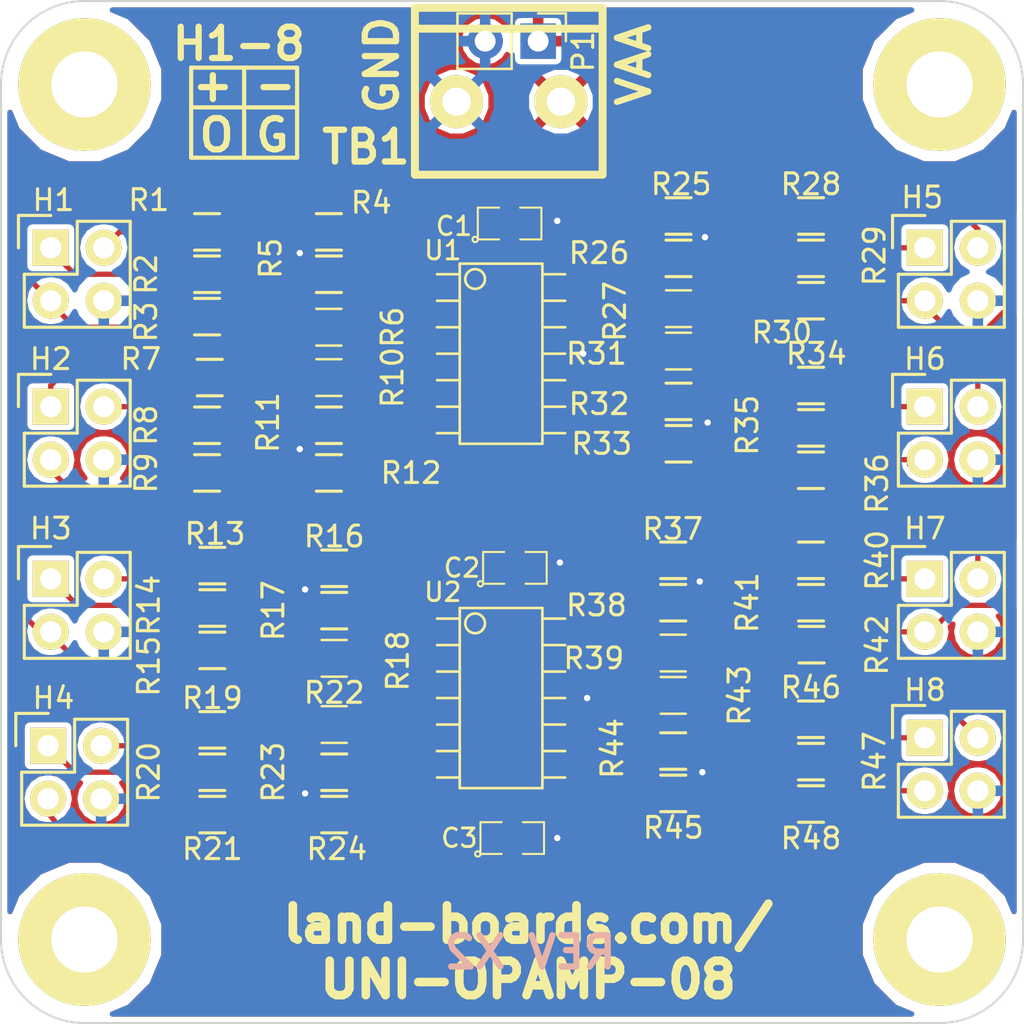
<source format=kicad_pcb>
(kicad_pcb (version 20171130) (host pcbnew "(5.0.2)-1")
  (layers (0 F.Cu signal) (31 B.Cu signal) (36 B.SilkS user) (37 F.SilkS user) (38 B.Mask user) (39 F.Mask user) (44 Edge.Cuts user))
  (net 0 "")
  (net 1 GND)
  (net 2 VAA)
  (net 3 "Net-(R12-Pad2)")
  (net 4 "Net-(R26-Pad2)")
  (net 5 /I1+)
  (net 6 /I1-)
  (net 7 /O1)
  (net 8 /I2+)
  (net 9 /I2-)
  (net 10 /O2)
  (net 11 /I3+)
  (net 12 /I3-)
  (net 13 /O3)
  (net 14 /I4+)
  (net 15 /I4-)
  (net 16 /O4)
  (net 17 /I5+)
  (net 18 /I5-)
  (net 19 /O5)
  (net 20 /I6+)
  (net 21 /I6-)
  (net 22 /O6)
  (net 23 /I7+)
  (net 24 /I7-)
  (net 25 /O7)
  (net 26 /I8+)
  (net 27 /I8-)
  (net 28 /O8)
  (net 29 "Net-(R37-Pad2)")
  (net 30 /A1-)
  (net 31 /A1+)
  (net 32 "Net-(R43-Pad1)")
  (net 33 "Net-(R10-Pad1)")
  (net 34 "Net-(R13-Pad2)")
  (net 35 "Net-(R14-Pad2)")
  (net 36 "Net-(R19-Pad2)")
  (net 37 "Net-(R20-Pad2)")
  (net 38 "Net-(R25-Pad2)")
  (net 39 "Net-(R31-Pad1)")
  (net 40 "Net-(R33-Pad2)")
  (net 41 "Net-(R38-Pad2)")
  (net 42 "Net-(R45-Pad2)")
  (module SM0805 (layer F.Cu) (at 54.638 52.178)
    (fp_text reference C2 (at -2.54 0) (layer F.SilkS) (effects (font (size 0.889 0.889) (thickness 0.1397))))
    (fp_text value 0.1uF hide)
    (pad 1 smd rect (at -0.9525 0) (size 0.889 1.397) (layers F.Cu F.Mask) (net 2 VAA))
    (pad 2 smd rect (at 0.9525 0) (size 0.889 1.397) (layers F.Cu F.Mask) (net 1 GND))
  )
  (module SM0805 (layer F.Cu) (at 54.384 35.668)
    (fp_text reference C1 (at -2.667 0.127) (layer F.SilkS) (effects (font (size 0.889 0.889) (thickness 0.1397))))
    (fp_text value 0.1uF hide)
    (pad 1 smd rect (at -0.9525 0) (size 0.889 1.397) (layers F.Cu F.Mask) (net 2 VAA))
    (pad 2 smd rect (at 0.9525 0) (size 0.889 1.397) (layers F.Cu F.Mask) (net 1 GND))
  )
  (module MTG-4-40 (layer F.Cu) (at 34 29)
    (fp_text reference MTG4 hide)
    (fp_text value CONN_1 hide)
    (pad 1 thru_hole circle (at 0 0) (size 6.35 6.35) (drill 3.175) (layers *.Cu *.Mask F.SilkS) (clearance 0.508))
  )
  (module MTG-4-40 (layer F.Cu) (at 75 29)
    (fp_text reference MTG3 hide)
    (fp_text value CONN_1 hide)
    (pad 1 thru_hole circle (at 0 0) (size 6.35 6.35) (drill 3.175) (layers *.Cu *.Mask F.SilkS) (clearance 0.508))
  )
  (module MTG-4-40 (layer F.Cu) (at 34 70)
    (fp_text reference MTG2 hide)
    (fp_text value CONN_1 hide)
    (pad 1 thru_hole circle (at 0 0) (size 6.35 6.35) (drill 3.175) (layers *.Cu *.Mask F.SilkS) (clearance 0.508))
  )
  (module MTG-4-40 (layer F.Cu) (at 75 70)
    (fp_text reference MTG1 hide)
    (fp_text value CONN_1 hide)
    (pad 1 thru_hole circle (at 0 0) (size 6.35 6.35) (drill 3.175) (layers *.Cu *.Mask F.SilkS) (clearance 0.508))
  )
  (module so-14 (layer F.Cu) (at 53.975 41.91 270)
    (fp_text reference U1 (at -4.953 2.794) (layer F.SilkS) (effects (font (size 0.889 0.889) (thickness 0.1397))))
    (fp_text value LM324N hide)
    (pad 1 smd rect (at -3.81 2.794 270) (size 0.635 1.27) (layers F.Cu F.Mask) (net 7 /O1))
    (pad 2 smd rect (at -2.54 2.794 270) (size 0.635 1.27) (layers F.Cu F.Mask) (net 30 /A1-))
    (pad 3 smd rect (at -1.27 2.794 270) (size 0.635 1.27) (layers F.Cu F.Mask) (net 31 /A1+))
    (pad 4 smd rect (at 0 2.794 270) (size 0.635 1.27) (layers F.Cu F.Mask) (net 2 VAA))
    (pad 5 smd rect (at 1.27 2.794 270) (size 0.635 1.27) (layers F.Cu F.Mask) (net 33 "Net-(R10-Pad1)"))
    (pad 6 smd rect (at 2.54 2.794 270) (size 0.635 1.27) (layers F.Cu F.Mask) (net 3 "Net-(R12-Pad2)"))
    (pad 7 smd rect (at 3.81 2.794 270) (size 0.635 1.27) (layers F.Cu F.Mask) (net 10 /O2))
    (pad 8 smd rect (at 3.81 -2.794 270) (size 0.635 1.27) (layers F.Cu F.Mask) (net 22 /O6))
    (pad 9 smd rect (at 2.54 -2.794 270) (size 0.635 1.27) (layers F.Cu F.Mask) (net 40 "Net-(R33-Pad2)"))
    (pad 10 smd rect (at 1.27 -2.794 270) (size 0.635 1.27) (layers F.Cu F.Mask) (net 39 "Net-(R31-Pad1)"))
    (pad 11 smd rect (at 0 -2.794 270) (size 0.635 1.27) (layers F.Cu F.Mask) (net 1 GND))
    (pad 12 smd rect (at -1.27 -2.794 270) (size 0.635 1.27) (layers F.Cu F.Mask) (net 4 "Net-(R26-Pad2)"))
    (pad 13 smd rect (at -2.54 -2.794 270) (size 0.635 1.27) (layers F.Cu F.Mask) (net 38 "Net-(R25-Pad2)"))
    (pad 14 smd rect (at -3.81 -2.794 270) (size 0.635 1.27) (layers F.Cu F.Mask) (net 19 /O5))
  )
  (module SM0805 (layer F.Cu) (at 54.511 65.132)
    (fp_text reference C3 (at -2.54 0) (layer F.SilkS) (effects (font (size 0.889 0.889) (thickness 0.1397))))
    (fp_text value 0.1uF hide)
    (pad 1 smd rect (at -0.9525 0) (size 0.889 1.397) (layers F.Cu F.Mask) (net 2 VAA))
    (pad 2 smd rect (at 0.9525 0) (size 0.889 1.397) (layers F.Cu F.Mask) (net 1 GND))
  )
  (module so-14 (layer F.Cu) (at 53.975 58.42 270)
    (fp_text reference U2 (at -5.08 2.794) (layer F.SilkS) (effects (font (size 0.889 0.889) (thickness 0.1397))))
    (fp_text value LM324N hide)
    (pad 1 smd rect (at -3.81 2.794 270) (size 0.635 1.27) (layers F.Cu F.Mask) (net 13 /O3))
    (pad 2 smd rect (at -2.54 2.794 270) (size 0.635 1.27) (layers F.Cu F.Mask) (net 34 "Net-(R13-Pad2)"))
    (pad 3 smd rect (at -1.27 2.794 270) (size 0.635 1.27) (layers F.Cu F.Mask) (net 35 "Net-(R14-Pad2)"))
    (pad 4 smd rect (at 0 2.794 270) (size 0.635 1.27) (layers F.Cu F.Mask) (net 2 VAA))
    (pad 5 smd rect (at 1.27 2.794 270) (size 0.635 1.27) (layers F.Cu F.Mask) (net 37 "Net-(R20-Pad2)"))
    (pad 6 smd rect (at 2.54 2.794 270) (size 0.635 1.27) (layers F.Cu F.Mask) (net 36 "Net-(R19-Pad2)"))
    (pad 7 smd rect (at 3.81 2.794 270) (size 0.635 1.27) (layers F.Cu F.Mask) (net 16 /O4))
    (pad 8 smd rect (at 3.81 -2.794 270) (size 0.635 1.27) (layers F.Cu F.Mask) (net 28 /O8))
    (pad 9 smd rect (at 2.54 -2.794 270) (size 0.635 1.27) (layers F.Cu F.Mask) (net 42 "Net-(R45-Pad2)"))
    (pad 10 smd rect (at 1.27 -2.794 270) (size 0.635 1.27) (layers F.Cu F.Mask) (net 32 "Net-(R43-Pad1)"))
    (pad 11 smd rect (at 0 -2.794 270) (size 0.635 1.27) (layers F.Cu F.Mask) (net 1 GND))
    (pad 12 smd rect (at -1.27 -2.794 270) (size 0.635 1.27) (layers F.Cu F.Mask) (net 41 "Net-(R38-Pad2)"))
    (pad 13 smd rect (at -2.54 -2.794 270) (size 0.635 1.27) (layers F.Cu F.Mask) (net 29 "Net-(R37-Pad2)"))
    (pad 14 smd rect (at -3.81 -2.794 270) (size 0.635 1.27) (layers F.Cu F.Mask) (net 25 /O7))
  )
  (module dougsLib:TB2-5MM (layer F.Cu) (at 51.844 29.826)
    (fp_text reference TB1 (at -4.346 2.178) (layer F.SilkS) (effects (font (size 1.524 1.524) (thickness 0.3048))))
    (fp_text value CONN_2 hide)
    (pad 1 thru_hole circle (at 0 0) (size 2.54 2.54) (drill 1.3589) (layers *.Cu *.Mask F.SilkS) (net 1 GND))
    (pad 2 thru_hole circle (at 5 0) (size 2.54 2.54) (drill 1.3589) (layers *.Cu *.Mask F.SilkS) (net 2 VAA))
  )
  (module Resistors_SMD:R_0805_HandSoldering (layer F.Cu) (at 39.878 38.1)
    (fp_text reference R2 (at -2.921 0 90) (layer F.SilkS))
    (fp_text value TBD hide)
    (pad 1 smd rect (at -1.35 0) (size 1.5 1.3) (layers F.Cu F.Mask) (net 5 /I1+))
    (pad 2 smd rect (at 1.35 0) (size 1.5 1.3) (layers F.Cu F.Mask) (net 31 /A1+))
  )
  (module Resistors_SMD:R_0805_HandSoldering (layer F.Cu) (at 45.72 38.1)
    (fp_text reference R5 (at -2.794 -0.762 90) (layer F.SilkS))
    (fp_text value TBD hide)
    (pad 1 smd rect (at -1.35 0) (size 1.5 1.3) (layers F.Cu F.Mask) (net 1 GND))
    (pad 2 smd rect (at 1.35 0) (size 1.5 1.3) (layers F.Cu F.Mask) (net 31 /A1+))
  )
  (module Resistors_SMD:R_0805_HandSoldering (layer F.Cu) (at 45.72 36.068)
    (fp_text reference R4 (at 2.032 -1.397) (layer F.SilkS))
    (fp_text value TBD hide)
    (pad 1 smd rect (at -1.35 0) (size 1.5 1.3) (layers F.Cu F.Mask) (net 1 GND))
    (pad 2 smd rect (at 1.35 0) (size 1.5 1.3) (layers F.Cu F.Mask) (net 30 /A1-))
  )
  (module Resistors_SMD:R_0805_HandSoldering (layer F.Cu) (at 39.878 36.068)
    (fp_text reference R1 (at -2.794 -1.524) (layer F.SilkS))
    (fp_text value TBD hide)
    (pad 1 smd rect (at -1.35 0) (size 1.5 1.3) (layers F.Cu F.Mask) (net 6 /I1-))
    (pad 2 smd rect (at 1.35 0) (size 1.5 1.3) (layers F.Cu F.Mask) (net 30 /A1-))
  )
  (module Resistors_SMD:R_0805_HandSoldering (layer F.Cu) (at 40.005 43.053)
    (fp_text reference R7 (at -3.302 -0.889) (layer F.SilkS))
    (fp_text value TBD hide)
    (pad 1 smd rect (at -1.35 0) (size 1.5 1.3) (layers F.Cu F.Mask) (net 8 /I2+))
    (pad 2 smd rect (at 1.35 0) (size 1.5 1.3) (layers F.Cu F.Mask) (net 33 "Net-(R10-Pad1)"))
  )
  (module Resistors_SMD:R_0805_HandSoldering (layer F.Cu) (at 45.72 45.339)
    (fp_text reference R11 (at -2.921 -0.127 90) (layer F.SilkS))
    (fp_text value TBD hide)
    (pad 1 smd rect (at -1.35 0) (size 1.5 1.3) (layers F.Cu F.Mask) (net 1 GND))
    (pad 2 smd rect (at 1.35 0) (size 1.5 1.3) (layers F.Cu F.Mask) (net 33 "Net-(R10-Pad1)"))
  )
  (module Resistors_SMD:R_0805_HandSoldering (layer F.Cu) (at 45.72 47.625)
    (fp_text reference R12 (at 3.937 0) (layer F.SilkS))
    (fp_text value TBD hide)
    (pad 1 smd rect (at -1.35 0) (size 1.5 1.3) (layers F.Cu F.Mask) (net 1 GND))
    (pad 2 smd rect (at 1.35 0) (size 1.5 1.3) (layers F.Cu F.Mask) (net 3 "Net-(R12-Pad2)"))
  )
  (module Resistors_SMD:R_0805_HandSoldering (layer F.Cu) (at 39.878 45.339)
    (fp_text reference R8 (at -2.921 0 90) (layer F.SilkS))
    (fp_text value TBD hide)
    (pad 1 smd rect (at -1.35 0) (size 1.5 1.3) (layers F.Cu F.Mask) (net 9 /I2-))
    (pad 2 smd rect (at 1.35 0) (size 1.5 1.3) (layers F.Cu F.Mask) (net 3 "Net-(R12-Pad2)"))
  )
  (module Resistors_SMD:R_0805_HandSoldering (layer F.Cu) (at 68.834 45.466 180)
    (fp_text reference R35 (at 3.048 0.127 270) (layer F.SilkS))
    (fp_text value TBD hide)
    (pad 1 smd rect (at -1.35 0 180) (size 1.5 1.3) (layers F.Cu F.Mask) (net 20 /I6+))
    (pad 2 smd rect (at 1.35 0 180) (size 1.5 1.3) (layers F.Cu F.Mask) (net 39 "Net-(R31-Pad1)"))
  )
  (module Resistors_SMD:R_0805_HandSoldering (layer F.Cu) (at 62.484 44.196 180)
    (fp_text reference R32 (at 3.81 -0.127 180) (layer F.SilkS))
    (fp_text value TBD hide)
    (pad 1 smd rect (at -1.35 0 180) (size 1.5 1.3) (layers F.Cu F.Mask) (net 1 GND))
    (pad 2 smd rect (at 1.35 0 180) (size 1.5 1.3) (layers F.Cu F.Mask) (net 39 "Net-(R31-Pad1)"))
  )
  (module Resistors_SMD:R_0805_HandSoldering (layer F.Cu) (at 62.484 46.228 180)
    (fp_text reference R33 (at 3.683 0 180) (layer F.SilkS))
    (fp_text value TBD hide)
    (pad 1 smd rect (at -1.35 0 180) (size 1.5 1.3) (layers F.Cu F.Mask) (net 1 GND))
    (pad 2 smd rect (at 1.35 0 180) (size 1.5 1.3) (layers F.Cu F.Mask) (net 40 "Net-(R33-Pad2)"))
  )
  (module Resistors_SMD:R_0805_HandSoldering (layer F.Cu) (at 68.834 43.434 180)
    (fp_text reference R34 (at -0.254 1.524 180) (layer F.SilkS))
    (fp_text value TBD hide)
    (pad 1 smd rect (at -1.35 0 180) (size 1.5 1.3) (layers F.Cu F.Mask) (net 21 /I6-))
    (pad 2 smd rect (at 1.35 0 180) (size 1.5 1.3) (layers F.Cu F.Mask) (net 40 "Net-(R33-Pad2)"))
  )
  (module Resistors_SMD:R_0805_HandSoldering (layer F.Cu) (at 68.834 37.338 180)
    (fp_text reference R29 (at -3.048 0.127 270) (layer F.SilkS))
    (fp_text value TBD hide)
    (pad 1 smd rect (at -1.35 0 180) (size 1.5 1.3) (layers F.Cu F.Mask) (net 17 /I5+))
    (pad 2 smd rect (at 1.35 0 180) (size 1.5 1.3) (layers F.Cu F.Mask) (net 4 "Net-(R26-Pad2)"))
  )
  (module Resistors_SMD:R_0805_HandSoldering (layer F.Cu) (at 62.484 37.338 180)
    (fp_text reference R26 (at 3.81 0.254 180) (layer F.SilkS))
    (fp_text value TBD hide)
    (pad 1 smd rect (at -1.35 0 180) (size 1.5 1.3) (layers F.Cu F.Mask) (net 1 GND))
    (pad 2 smd rect (at 1.35 0 180) (size 1.5 1.3) (layers F.Cu F.Mask) (net 4 "Net-(R26-Pad2)"))
  )
  (module Resistors_SMD:R_0805_HandSoldering (layer F.Cu) (at 62.484 35.306 180)
    (fp_text reference R25 (at -0.127 1.524 180) (layer F.SilkS))
    (fp_text value TBD hide)
    (pad 1 smd rect (at -1.35 0 180) (size 1.5 1.3) (layers F.Cu F.Mask) (net 1 GND))
    (pad 2 smd rect (at 1.35 0 180) (size 1.5 1.3) (layers F.Cu F.Mask) (net 38 "Net-(R25-Pad2)"))
  )
  (module Resistors_SMD:R_0805_HandSoldering (layer F.Cu) (at 68.834 35.306 180)
    (fp_text reference R28 (at 0 1.524 180) (layer F.SilkS))
    (fp_text value TBD hide)
    (pad 1 smd rect (at -1.35 0 180) (size 1.5 1.3) (layers F.Cu F.Mask) (net 18 /I5-))
    (pad 2 smd rect (at 1.35 0 180) (size 1.5 1.3) (layers F.Cu F.Mask) (net 38 "Net-(R25-Pad2)"))
  )
  (module Resistors_SMD:R_0805_HandSoldering (layer F.Cu) (at 39.878 47.625 180)
    (fp_text reference R9 (at 2.921 0 270) (layer F.SilkS))
    (fp_text value TBD hide)
    (pad 1 smd rect (at -1.35 0 180) (size 1.5 1.3) (layers F.Cu F.Mask) (net 3 "Net-(R12-Pad2)"))
    (pad 2 smd rect (at 1.35 0 180) (size 1.5 1.3) (layers F.Cu F.Mask) (net 10 /O2))
  )
  (module Resistors_SMD:R_0805_HandSoldering (layer F.Cu) (at 39.878 40.132 180)
    (fp_text reference R3 (at 2.921 -0.254 270) (layer F.SilkS))
    (fp_text value TBD hide)
    (pad 1 smd rect (at -1.35 0 180) (size 1.5 1.3) (layers F.Cu F.Mask) (net 30 /A1-))
    (pad 2 smd rect (at 1.35 0 180) (size 1.5 1.3) (layers F.Cu F.Mask) (net 7 /O1))
  )
  (module Resistors_SMD:R_0805_HandSoldering (layer F.Cu) (at 68.834 39.37)
    (fp_text reference R30 (at -1.397 1.524) (layer F.SilkS))
    (fp_text value TBD hide)
    (pad 1 smd rect (at -1.35 0) (size 1.5 1.3) (layers F.Cu F.Mask) (net 38 "Net-(R25-Pad2)"))
    (pad 2 smd rect (at 1.35 0) (size 1.5 1.3) (layers F.Cu F.Mask) (net 19 /O5))
  )
  (module Resistors_SMD:R_0805_HandSoldering (layer F.Cu) (at 68.834 47.498)
    (fp_text reference R36 (at 3.175 0.635 90) (layer F.SilkS))
    (fp_text value TBD hide)
    (pad 1 smd rect (at -1.35 0) (size 1.5 1.3) (layers F.Cu F.Mask) (net 40 "Net-(R33-Pad2)"))
    (pad 2 smd rect (at 1.35 0) (size 1.5 1.3) (layers F.Cu F.Mask) (net 22 /O6))
  )
  (module Resistors_SMD:R_0805_HandSoldering (layer F.Cu) (at 40.132 54.102)
    (fp_text reference R14 (at -3.048 -0.127 90) (layer F.SilkS))
    (fp_text value TBD hide)
    (pad 1 smd rect (at -1.35 0) (size 1.5 1.3) (layers F.Cu F.Mask) (net 11 /I3+))
    (pad 2 smd rect (at 1.35 0) (size 1.5 1.3) (layers F.Cu F.Mask) (net 35 "Net-(R14-Pad2)"))
  )
  (module Resistors_SMD:R_0805_HandSoldering (layer F.Cu) (at 45.974 54.229)
    (fp_text reference R17 (at -2.921 0 90) (layer F.SilkS))
    (fp_text value TBD hide)
    (pad 1 smd rect (at -1.35 0) (size 1.5 1.3) (layers F.Cu F.Mask) (net 1 GND))
    (pad 2 smd rect (at 1.35 0) (size 1.5 1.3) (layers F.Cu F.Mask) (net 35 "Net-(R14-Pad2)"))
  )
  (module Resistors_SMD:R_0805_HandSoldering (layer F.Cu) (at 45.974 52.197)
    (fp_text reference R16 (at 0 -1.524) (layer F.SilkS))
    (fp_text value TBD hide)
    (pad 1 smd rect (at -1.35 0) (size 1.5 1.3) (layers F.Cu F.Mask) (net 1 GND))
    (pad 2 smd rect (at 1.35 0) (size 1.5 1.3) (layers F.Cu F.Mask) (net 34 "Net-(R13-Pad2)"))
  )
  (module Resistors_SMD:R_0805_HandSoldering (layer F.Cu) (at 40.132 52.07)
    (fp_text reference R13 (at 0.127 -1.524) (layer F.SilkS))
    (fp_text value TBD hide)
    (pad 1 smd rect (at -1.35 0) (size 1.5 1.3) (layers F.Cu F.Mask) (net 12 /I3-))
    (pad 2 smd rect (at 1.35 0) (size 1.5 1.3) (layers F.Cu F.Mask) (net 34 "Net-(R13-Pad2)"))
  )
  (module Resistors_SMD:R_0805_HandSoldering (layer F.Cu) (at 40.132 61.976)
    (fp_text reference R20 (at -3.048 0 90) (layer F.SilkS))
    (fp_text value TBD hide)
    (pad 1 smd rect (at -1.35 0) (size 1.5 1.3) (layers F.Cu F.Mask) (net 14 /I4+))
    (pad 2 smd rect (at 1.35 0) (size 1.5 1.3) (layers F.Cu F.Mask) (net 37 "Net-(R20-Pad2)"))
  )
  (module Resistors_SMD:R_0805_HandSoldering (layer F.Cu) (at 45.974 61.976)
    (fp_text reference R23 (at -2.921 0 90) (layer F.SilkS))
    (fp_text value TBD hide)
    (pad 1 smd rect (at -1.35 0) (size 1.5 1.3) (layers F.Cu F.Mask) (net 1 GND))
    (pad 2 smd rect (at 1.35 0) (size 1.5 1.3) (layers F.Cu F.Mask) (net 37 "Net-(R20-Pad2)"))
  )
  (module Resistors_SMD:R_0805_HandSoldering (layer F.Cu) (at 45.974 64.008)
    (fp_text reference R24 (at 0.127 1.651) (layer F.SilkS))
    (fp_text value TBD hide)
    (pad 1 smd rect (at -1.35 0) (size 1.5 1.3) (layers F.Cu F.Mask) (net 1 GND))
    (pad 2 smd rect (at 1.35 0) (size 1.5 1.3) (layers F.Cu F.Mask) (net 36 "Net-(R19-Pad2)"))
  )
  (module Resistors_SMD:R_0805_HandSoldering (layer F.Cu) (at 40.132 59.944)
    (fp_text reference R19 (at 0 -1.524) (layer F.SilkS))
    (fp_text value TBD hide)
    (pad 1 smd rect (at -1.35 0) (size 1.5 1.3) (layers F.Cu F.Mask) (net 15 /I4-))
    (pad 2 smd rect (at 1.35 0) (size 1.5 1.3) (layers F.Cu F.Mask) (net 36 "Net-(R19-Pad2)"))
  )
  (module Resistors_SMD:R_0805_HandSoldering (layer F.Cu) (at 68.834 61.468 180)
    (fp_text reference R47 (at -3.048 0 270) (layer F.SilkS))
    (fp_text value TBD hide)
    (pad 1 smd rect (at -1.35 0 180) (size 1.5 1.3) (layers F.Cu F.Mask) (net 26 /I8+))
    (pad 2 smd rect (at 1.35 0 180) (size 1.5 1.3) (layers F.Cu F.Mask) (net 32 "Net-(R43-Pad1)"))
  )
  (module Resistors_SMD:R_0805_HandSoldering (layer F.Cu) (at 62.23 60.96 180)
    (fp_text reference R44 (at 2.921 0.127 270) (layer F.SilkS))
    (fp_text value TBD hide)
    (pad 1 smd rect (at -1.35 0 180) (size 1.5 1.3) (layers F.Cu F.Mask) (net 1 GND))
    (pad 2 smd rect (at 1.35 0 180) (size 1.5 1.3) (layers F.Cu F.Mask) (net 32 "Net-(R43-Pad1)"))
  )
  (module Resistors_SMD:R_0805_HandSoldering (layer F.Cu) (at 62.23 62.992 180)
    (fp_text reference R45 (at 0 -1.651 180) (layer F.SilkS))
    (fp_text value TBD hide)
    (pad 1 smd rect (at -1.35 0 180) (size 1.5 1.3) (layers F.Cu F.Mask) (net 1 GND))
    (pad 2 smd rect (at 1.35 0 180) (size 1.5 1.3) (layers F.Cu F.Mask) (net 42 "Net-(R45-Pad2)"))
  )
  (module Resistors_SMD:R_0805_HandSoldering (layer F.Cu) (at 68.834 59.436 180)
    (fp_text reference R46 (at 0 1.524 180) (layer F.SilkS))
    (fp_text value TBD hide)
    (pad 1 smd rect (at -1.35 0 180) (size 1.5 1.3) (layers F.Cu F.Mask) (net 27 /I8-))
    (pad 2 smd rect (at 1.35 0 180) (size 1.5 1.3) (layers F.Cu F.Mask) (net 42 "Net-(R45-Pad2)"))
  )
  (module Resistors_SMD:R_0805_HandSoldering (layer F.Cu) (at 68.834 53.848 180)
    (fp_text reference R41 (at 3.048 0 270) (layer F.SilkS))
    (fp_text value TBD hide)
    (pad 1 smd rect (at -1.35 0 180) (size 1.5 1.3) (layers F.Cu F.Mask) (net 23 /I7+))
    (pad 2 smd rect (at 1.35 0 180) (size 1.5 1.3) (layers F.Cu F.Mask) (net 41 "Net-(R38-Pad2)"))
  )
  (module Resistors_SMD:R_0805_HandSoldering (layer F.Cu) (at 62.23 53.848 180)
    (fp_text reference R38 (at 3.683 -0.127 180) (layer F.SilkS))
    (fp_text value TBD hide)
    (pad 1 smd rect (at -1.35 0 180) (size 1.5 1.3) (layers F.Cu F.Mask) (net 1 GND))
    (pad 2 smd rect (at 1.35 0 180) (size 1.5 1.3) (layers F.Cu F.Mask) (net 41 "Net-(R38-Pad2)"))
  )
  (module Resistors_SMD:R_0805_HandSoldering (layer F.Cu) (at 62.23 51.816 180)
    (fp_text reference R37 (at 0.028 1.505 180) (layer F.SilkS))
    (fp_text value TBD hide)
    (pad 1 smd rect (at -1.35 0 180) (size 1.5 1.3) (layers F.Cu F.Mask) (net 1 GND))
    (pad 2 smd rect (at 1.35 0 180) (size 1.5 1.3) (layers F.Cu F.Mask) (net 29 "Net-(R37-Pad2)"))
  )
  (module Resistors_SMD:R_0805_HandSoldering (layer F.Cu) (at 68.834 51.816 180)
    (fp_text reference R40 (at -3.175 0 270) (layer F.SilkS))
    (fp_text value TBD hide)
    (pad 1 smd rect (at -1.35 0 180) (size 1.5 1.3) (layers F.Cu F.Mask) (net 24 /I7-))
    (pad 2 smd rect (at 1.35 0 180) (size 1.5 1.3) (layers F.Cu F.Mask) (net 29 "Net-(R37-Pad2)"))
  )
  (module Resistors_SMD:R_0805_HandSoldering (layer F.Cu) (at 40.132 64.008 180)
    (fp_text reference R21 (at 0 -1.651 180) (layer F.SilkS))
    (fp_text value TBD hide)
    (pad 1 smd rect (at -1.35 0 180) (size 1.5 1.3) (layers F.Cu F.Mask) (net 36 "Net-(R19-Pad2)"))
    (pad 2 smd rect (at 1.35 0 180) (size 1.5 1.3) (layers F.Cu F.Mask) (net 16 /O4))
  )
  (module Resistors_SMD:R_0805_HandSoldering (layer F.Cu) (at 68.834 63.5)
    (fp_text reference R48 (at 0 1.651) (layer F.SilkS))
    (fp_text value TBD hide)
    (pad 1 smd rect (at -1.35 0) (size 1.5 1.3) (layers F.Cu F.Mask) (net 42 "Net-(R45-Pad2)"))
    (pad 2 smd rect (at 1.35 0) (size 1.5 1.3) (layers F.Cu F.Mask) (net 28 /O8))
  )
  (module Resistors_SMD:R_0805_HandSoldering (layer F.Cu) (at 40.132 56.134 180)
    (fp_text reference R15 (at 3.048 -0.762 270) (layer F.SilkS))
    (fp_text value TBD hide)
    (pad 1 smd rect (at -1.35 0 180) (size 1.5 1.3) (layers F.Cu F.Mask) (net 34 "Net-(R13-Pad2)"))
    (pad 2 smd rect (at 1.35 0 180) (size 1.5 1.3) (layers F.Cu F.Mask) (net 13 /O3))
  )
  (module Resistors_SMD:R_0805_HandSoldering (layer F.Cu) (at 68.862 55.861)
    (fp_text reference R42 (at 3.147 0.019 90) (layer F.SilkS))
    (fp_text value TBD hide)
    (pad 1 smd rect (at -1.35 0) (size 1.5 1.3) (layers F.Cu F.Mask) (net 29 "Net-(R37-Pad2)"))
    (pad 2 smd rect (at 1.35 0) (size 1.5 1.3) (layers F.Cu F.Mask) (net 25 /O7))
  )
  (module Pin_Headers:Pin_Header_Straight_2x02 (layer F.Cu) (at 32.385 36.83)
    (fp_text reference H1 (at 0.127 -2.286) (layer F.SilkS))
    (fp_text value CONN_01X04 hide)
    (pad 1 thru_hole rect (at 0 0) (size 1.7272 1.7272) (drill 1.016) (layers *.Cu *.Mask F.SilkS) (net 5 /I1+))
    (pad 2 thru_hole oval (at 2.54 0) (size 1.7272 1.7272) (drill 1.016) (layers *.Cu *.Mask F.SilkS) (net 6 /I1-))
    (pad 3 thru_hole oval (at 0 2.54) (size 1.7272 1.7272) (drill 1.016) (layers *.Cu *.Mask F.SilkS) (net 7 /O1))
    (pad 4 thru_hole oval (at 2.54 2.54) (size 1.7272 1.7272) (drill 1.016) (layers *.Cu *.Mask F.SilkS) (net 1 GND))
  )
  (module Pin_Headers:Pin_Header_Straight_2x02 (layer F.Cu) (at 32.385 44.45)
    (fp_text reference H2 (at 0 -2.286) (layer F.SilkS))
    (fp_text value CONN_01X04 hide)
    (pad 1 thru_hole rect (at 0 0) (size 1.7272 1.7272) (drill 1.016) (layers *.Cu *.Mask F.SilkS) (net 8 /I2+))
    (pad 2 thru_hole oval (at 2.54 0) (size 1.7272 1.7272) (drill 1.016) (layers *.Cu *.Mask F.SilkS) (net 9 /I2-))
    (pad 3 thru_hole oval (at 0 2.54) (size 1.7272 1.7272) (drill 1.016) (layers *.Cu *.Mask F.SilkS) (net 10 /O2))
    (pad 4 thru_hole oval (at 2.54 2.54) (size 1.7272 1.7272) (drill 1.016) (layers *.Cu *.Mask F.SilkS) (net 1 GND))
  )
  (module Pin_Headers:Pin_Header_Straight_2x02 (layer F.Cu) (at 74.295 36.83)
    (fp_text reference H5 (at -0.127 -2.413) (layer F.SilkS))
    (fp_text value CONN_01X04 hide)
    (pad 1 thru_hole rect (at 0 0) (size 1.7272 1.7272) (drill 1.016) (layers *.Cu *.Mask F.SilkS) (net 17 /I5+))
    (pad 2 thru_hole oval (at 2.54 0) (size 1.7272 1.7272) (drill 1.016) (layers *.Cu *.Mask F.SilkS) (net 18 /I5-))
    (pad 3 thru_hole oval (at 0 2.54) (size 1.7272 1.7272) (drill 1.016) (layers *.Cu *.Mask F.SilkS) (net 19 /O5))
    (pad 4 thru_hole oval (at 2.54 2.54) (size 1.7272 1.7272) (drill 1.016) (layers *.Cu *.Mask F.SilkS) (net 1 GND))
  )
  (module Pin_Headers:Pin_Header_Straight_2x02 (layer F.Cu) (at 74.295 44.45)
    (fp_text reference H6 (at 0 -2.286) (layer F.SilkS))
    (fp_text value CONN_01X04 hide)
    (pad 1 thru_hole rect (at 0 0) (size 1.7272 1.7272) (drill 1.016) (layers *.Cu *.Mask F.SilkS) (net 20 /I6+))
    (pad 2 thru_hole oval (at 2.54 0) (size 1.7272 1.7272) (drill 1.016) (layers *.Cu *.Mask F.SilkS) (net 21 /I6-))
    (pad 3 thru_hole oval (at 0 2.54) (size 1.7272 1.7272) (drill 1.016) (layers *.Cu *.Mask F.SilkS) (net 22 /O6))
    (pad 4 thru_hole oval (at 2.54 2.54) (size 1.7272 1.7272) (drill 1.016) (layers *.Cu *.Mask F.SilkS) (net 1 GND))
  )
  (module Pin_Headers:Pin_Header_Straight_2x02 (layer F.Cu) (at 32.385 52.705)
    (fp_text reference H3 (at 0 -2.413) (layer F.SilkS))
    (fp_text value CONN_01X04 hide)
    (pad 1 thru_hole rect (at 0 0) (size 1.7272 1.7272) (drill 1.016) (layers *.Cu *.Mask F.SilkS) (net 11 /I3+))
    (pad 2 thru_hole oval (at 2.54 0) (size 1.7272 1.7272) (drill 1.016) (layers *.Cu *.Mask F.SilkS) (net 12 /I3-))
    (pad 3 thru_hole oval (at 0 2.54) (size 1.7272 1.7272) (drill 1.016) (layers *.Cu *.Mask F.SilkS) (net 13 /O3))
    (pad 4 thru_hole oval (at 2.54 2.54) (size 1.7272 1.7272) (drill 1.016) (layers *.Cu *.Mask F.SilkS) (net 1 GND))
  )
  (module Pin_Headers:Pin_Header_Straight_2x02 (layer F.Cu) (at 32.258 60.706)
    (fp_text reference H4 (at 0.254 -2.286) (layer F.SilkS))
    (fp_text value CONN_01X04 hide)
    (pad 1 thru_hole rect (at 0 0) (size 1.7272 1.7272) (drill 1.016) (layers *.Cu *.Mask F.SilkS) (net 14 /I4+))
    (pad 2 thru_hole oval (at 2.54 0) (size 1.7272 1.7272) (drill 1.016) (layers *.Cu *.Mask F.SilkS) (net 15 /I4-))
    (pad 3 thru_hole oval (at 0 2.54) (size 1.7272 1.7272) (drill 1.016) (layers *.Cu *.Mask F.SilkS) (net 16 /O4))
    (pad 4 thru_hole oval (at 2.54 2.54) (size 1.7272 1.7272) (drill 1.016) (layers *.Cu *.Mask F.SilkS) (net 1 GND))
  )
  (module Pin_Headers:Pin_Header_Straight_2x02 (layer F.Cu) (at 74.295 60.325)
    (fp_text reference H8 (at 0 -2.286) (layer F.SilkS))
    (fp_text value CONN_01X04 hide)
    (pad 1 thru_hole rect (at 0 0) (size 1.7272 1.7272) (drill 1.016) (layers *.Cu *.Mask F.SilkS) (net 26 /I8+))
    (pad 2 thru_hole oval (at 2.54 0) (size 1.7272 1.7272) (drill 1.016) (layers *.Cu *.Mask F.SilkS) (net 27 /I8-))
    (pad 3 thru_hole oval (at 0 2.54) (size 1.7272 1.7272) (drill 1.016) (layers *.Cu *.Mask F.SilkS) (net 28 /O8))
    (pad 4 thru_hole oval (at 2.54 2.54) (size 1.7272 1.7272) (drill 1.016) (layers *.Cu *.Mask F.SilkS) (net 1 GND))
  )
  (module Pin_Headers:Pin_Header_Straight_2x02 (layer F.Cu) (at 74.295 52.705)
    (fp_text reference H7 (at 0 -2.413) (layer F.SilkS))
    (fp_text value CONN_01X04 hide)
    (pad 1 thru_hole rect (at 0 0) (size 1.7272 1.7272) (drill 1.016) (layers *.Cu *.Mask F.SilkS) (net 23 /I7+))
    (pad 2 thru_hole oval (at 2.54 0) (size 1.7272 1.7272) (drill 1.016) (layers *.Cu *.Mask F.SilkS) (net 24 /I7-))
    (pad 3 thru_hole oval (at 0 2.54) (size 1.7272 1.7272) (drill 1.016) (layers *.Cu *.Mask F.SilkS) (net 25 /O7))
    (pad 4 thru_hole oval (at 2.54 2.54) (size 1.7272 1.7272) (drill 1.016) (layers *.Cu *.Mask F.SilkS) (net 1 GND))
  )
  (module Resistors_SMD:R_0805_HandSoldering (layer F.Cu) (at 45.72 40.64)
    (fp_text reference R6 (at 3.048 0 90) (layer F.SilkS))
    (fp_text value TBD hide)
    (pad 1 smd rect (at -1.35 0) (size 1.5 1.3) (layers F.Cu F.Mask) (net 31 /A1+))
    (pad 2 smd rect (at 1.35 0) (size 1.5 1.3) (layers F.Cu F.Mask) (net 2 VAA))
  )
  (module Resistors_SMD:R_0805_HandSoldering (layer F.Cu) (at 62.484 39.751)
    (fp_text reference R27 (at -3.048 0.127 90) (layer F.SilkS))
    (fp_text value TBD hide)
    (pad 1 smd rect (at -1.35 0) (size 1.5 1.3) (layers F.Cu F.Mask) (net 4 "Net-(R26-Pad2)"))
    (pad 2 smd rect (at 1.35 0) (size 1.5 1.3) (layers F.Cu F.Mask) (net 2 VAA))
  )
  (module Resistors_SMD:R_0805_HandSoldering (layer F.Cu) (at 45.72 43.053 180)
    (fp_text reference R10 (at -3.048 0 270) (layer F.SilkS))
    (fp_text value TBD hide)
    (pad 1 smd rect (at -1.35 0 180) (size 1.5 1.3) (layers F.Cu F.Mask) (net 33 "Net-(R10-Pad1)"))
    (pad 2 smd rect (at 1.35 0 180) (size 1.5 1.3) (layers F.Cu F.Mask) (net 2 VAA))
  )
  (module Resistors_SMD:R_0805_HandSoldering (layer F.Cu) (at 62.484 41.783)
    (fp_text reference R31 (at -3.937 0.127) (layer F.SilkS))
    (fp_text value TBD hide)
    (pad 1 smd rect (at -1.35 0) (size 1.5 1.3) (layers F.Cu F.Mask) (net 39 "Net-(R31-Pad1)"))
    (pad 2 smd rect (at 1.35 0) (size 1.5 1.3) (layers F.Cu F.Mask) (net 2 VAA))
  )
  (module Resistors_SMD:R_0805_HandSoldering (layer F.Cu) (at 45.974 56.515 180)
    (fp_text reference R18 (at -3.048 -0.127 270) (layer F.SilkS))
    (fp_text value TBD hide)
    (pad 1 smd rect (at -1.35 0 180) (size 1.5 1.3) (layers F.Cu F.Mask) (net 35 "Net-(R14-Pad2)"))
    (pad 2 smd rect (at 1.35 0 180) (size 1.5 1.3) (layers F.Cu F.Mask) (net 2 VAA))
  )
  (module Resistors_SMD:R_0805_HandSoldering (layer F.Cu) (at 62.23 56.261)
    (fp_text reference R39 (at -3.81 0.254) (layer F.SilkS))
    (fp_text value TBD hide)
    (pad 1 smd rect (at -1.35 0) (size 1.5 1.3) (layers F.Cu F.Mask) (net 41 "Net-(R38-Pad2)"))
    (pad 2 smd rect (at 1.35 0) (size 1.5 1.3) (layers F.Cu F.Mask) (net 2 VAA))
  )
  (module Resistors_SMD:R_0805_HandSoldering (layer F.Cu) (at 45.974 59.69 180)
    (fp_text reference R22 (at 0 1.524 180) (layer F.SilkS))
    (fp_text value TBD hide)
    (pad 1 smd rect (at -1.35 0 180) (size 1.5 1.3) (layers F.Cu F.Mask) (net 37 "Net-(R20-Pad2)"))
    (pad 2 smd rect (at 1.35 0 180) (size 1.5 1.3) (layers F.Cu F.Mask) (net 2 VAA))
  )
  (module Resistors_SMD:R_0805_HandSoldering (layer F.Cu) (at 62.23 58.293)
    (fp_text reference R43 (at 3.175 0 90) (layer F.SilkS))
    (fp_text value TBD hide)
    (pad 1 smd rect (at -1.35 0) (size 1.5 1.3) (layers F.Cu F.Mask) (net 32 "Net-(R43-Pad1)"))
    (pad 2 smd rect (at 1.35 0) (size 1.5 1.3) (layers F.Cu F.Mask) (net 2 VAA))
  )
  (module Pin_Headers:Pin_Header_Straight_1x02_Pitch2.54mm (layer F.Cu) (at 55.753 26.924 270)
    (fp_text reference P1 (at 0.508 -2.159 270) (layer F.SilkS))
    (fp_text value CONN_01X02 hide)
    (pad 1 thru_hole rect (at 0 0 270) (size 1.7 1.7) (drill 1) (layers *.Cu *.Mask) (net 2 VAA))
    (pad 2 thru_hole oval (at 0 2.54 270) (size 1.7 1.7) (drill 1) (layers *.Cu *.Mask) (net 1 GND))
  )
  (gr_text H1-8 (at 41.402 27.051) (layer F.SilkS) (effects (font (size 1.5 1.5) (thickness 0.3))))
  (gr_line (start 44.196 30.099) (end 39.116 30.099) (angle 90) (layer F.SilkS) (width 0.2))
  (gr_line (start 41.656 32.512) (end 41.656 28.194) (angle 90) (layer F.SilkS) (width 0.2))
  (gr_line (start 39.116 28.194) (end 39.116 32.512) (angle 90) (layer F.SilkS) (width 0.2))
  (gr_line (start 44.196 32.512) (end 44.196 28.194) (angle 90) (layer F.SilkS) (width 0.2))
  (gr_line (start 44.196 28.194) (end 39.116 28.194) (angle 90) (layer F.SilkS) (width 0.2))
  (gr_line (start 39.116 32.512) (end 44.196 32.512) (angle 90) (layer F.SilkS) (width 0.2))
  (gr_text "+ -\nO G" (at 41.656 30.226) (layer F.SilkS) (effects (font (size 1.5 1.5) (thickness 0.3))))
  (gr_text "REV X2" (at 55.372 70.612) (layer B.SilkS) (effects (font (size 1.5 1.5) (thickness 0.3)) (justify mirror)))
  (gr_text VAA (at 60.353 28.048 90) (layer F.SilkS) (effects (font (size 1.5 1.5) (thickness 0.3))))
  (gr_text GND (at 48.26 28.067 90) (layer F.SilkS) (effects (font (size 1.5 1.5) (thickness 0.3))))
  (gr_text "land-boards.com/\nUNI-OPAMP-08" (at 55.273 70.593) (layer F.SilkS) (effects (font (size 1.651 1.651) (thickness 0.41275))))
  (gr_line (start 79 70) (end 79 29) (angle 90) (layer Edge.Cuts) (width 0.1))
  (gr_line (start 75 74) (end 34 74) (angle 90) (layer Edge.Cuts) (width 0.1))
  (gr_line (start 30 70) (end 30 29) (angle 90) (layer Edge.Cuts) (width 0.1))
  (gr_arc (start 34 70) (end 34 74) (angle 90) (layer Edge.Cuts) (width 0.1))
  (gr_line (start 75 25) (end 34 25) (angle 90) (layer Edge.Cuts) (width 0.1))
  (gr_arc (start 75 70) (end 79 70) (angle 90) (layer Edge.Cuts) (width 0.1))
  (gr_arc (start 75 29) (end 75 25) (angle 90) (layer Edge.Cuts) (width 0.1))
  (gr_arc (start 34 29) (end 30 29) (angle 90) (layer Edge.Cuts) (width 0.1))
  (segment (start 63.834 46.228) (end 63.834 45.259) (width 0.254) (layer F.Cu) (net 1))
  (via (at 63.881 45.212) (size 0.635) (layers F.Cu B.Cu) (net 1))
  (segment (start 63.834 45.259) (end 63.881 45.212) (width 0.254) (layer F.Cu) (net 1))
  (segment (start 63.834 35.306) (end 63.834 36.242) (width 0.254) (layer F.Cu) (net 1))
  (segment (start 63.834 36.402) (end 63.754 36.322) (width 0.254) (layer F.Cu) (net 1))
  (via (at 63.754 36.322) (size 0.635) (layers F.Cu B.Cu) (net 1))
  (segment (start 63.834 36.402) (end 63.834 37.338) (width 0.254) (layer F.Cu) (net 1))
  (segment (start 63.834 36.242) (end 63.754 36.322) (width 0.254) (layer F.Cu) (net 1))
  (segment (start 44.624 64.008) (end 44.624 63.039) (width 0.254) (layer F.Cu) (net 1))
  (segment (start 44.624 62.945) (end 44.577 62.992) (width 0.254) (layer F.Cu) (net 1))
  (via (at 44.577 62.992) (size 0.635) (layers F.Cu B.Cu) (net 1))
  (segment (start 44.624 62.945) (end 44.624 61.976) (width 0.254) (layer F.Cu) (net 1))
  (segment (start 44.624 63.039) (end 44.577 62.992) (width 0.254) (layer F.Cu) (net 1))
  (segment (start 44.624 52.197) (end 44.624 53.166) (width 0.254) (layer F.Cu) (net 1))
  (segment (start 44.624 53.26) (end 44.577 53.213) (width 0.254) (layer F.Cu) (net 1))
  (via (at 44.577 53.213) (size 0.635) (layers F.Cu B.Cu) (net 1))
  (segment (start 44.624 53.26) (end 44.624 54.229) (width 0.254) (layer F.Cu) (net 1))
  (segment (start 44.624 53.166) (end 44.577 53.213) (width 0.254) (layer F.Cu) (net 1))
  (segment (start 44.37 45.339) (end 44.37 46.435) (width 0.254) (layer F.Cu) (net 1))
  (segment (start 44.37 46.529) (end 44.323 46.482) (width 0.254) (layer F.Cu) (net 1))
  (via (at 44.323 46.482) (size 0.635) (layers F.Cu B.Cu) (net 1))
  (segment (start 44.37 46.529) (end 44.37 47.625) (width 0.254) (layer F.Cu) (net 1))
  (segment (start 44.37 46.435) (end 44.323 46.482) (width 0.254) (layer F.Cu) (net 1))
  (segment (start 44.37 36.068) (end 44.37 37.037) (width 0.254) (layer F.Cu) (net 1))
  (segment (start 44.37 37.131) (end 44.323 37.084) (width 0.254) (layer F.Cu) (net 1))
  (via (at 44.323 37.084) (size 0.635) (layers F.Cu B.Cu) (net 1))
  (segment (start 44.37 37.131) (end 44.37 38.1) (width 0.254) (layer F.Cu) (net 1))
  (segment (start 44.37 37.037) (end 44.323 37.084) (width 0.254) (layer F.Cu) (net 1))
  (segment (start 63.58 51.816) (end 63.58 52.752) (width 0.254) (layer F.Cu) (net 1))
  (segment (start 63.58 52.912) (end 63.5 52.832) (width 0.254) (layer F.Cu) (net 1))
  (via (at 63.5 52.832) (size 0.635) (layers F.Cu B.Cu) (net 1))
  (segment (start 63.58 52.912) (end 63.58 53.848) (width 0.254) (layer F.Cu) (net 1))
  (segment (start 63.58 52.752) (end 63.5 52.832) (width 0.254) (layer F.Cu) (net 1))
  (segment (start 63.58 62.992) (end 63.58 62.023) (width 0.254) (layer F.Cu) (net 1))
  (via (at 63.627 61.976) (size 0.635) (layers F.Cu B.Cu) (net 1))
  (segment (start 63.58 62.023) (end 63.627 61.976) (width 0.254) (layer F.Cu) (net 1))
  (segment (start 44.37 47.625) (end 44.069 47.625) (width 0.254) (layer F.Cu) (net 1))
  (segment (start 44.37 45.339) (end 44.069 45.339) (width 0.254) (layer F.Cu) (net 1))
  (segment (start 44.37 47.625) (end 43.942 47.625) (width 0.254) (layer F.Cu) (net 1))
  (segment (start 63.834 44.196) (end 63.834 46.228) (width 0.254) (layer F.Cu) (net 1))
  (segment (start 63.58 60.96) (end 63.58 62.992) (width 0.254) (layer F.Cu) (net 1))
  (segment (start 44.624 54.229) (end 44.069 54.229) (width 0.254) (layer F.Cu) (net 1))
  (segment (start 44.37 36.068) (end 43.942 36.068) (width 0.254) (layer F.Cu) (net 1))
  (segment (start 44.37 38.1) (end 43.942 38.1) (width 0.254) (layer F.Cu) (net 1))
  (segment (start 56.769 41.91) (end 57.912 41.91) (width 0.254) (layer F.Cu) (net 1))
  (via (at 57.912 41.91) (size 0.635) (layers F.Cu B.Cu) (net 1))
  (segment (start 55.5905 52.178) (end 56.543 52.178) (width 0.254) (layer F.Cu) (net 1))
  (via (at 56.797 51.924) (size 0.635) (layers F.Cu B.Cu) (net 1))
  (segment (start 56.543 52.178) (end 56.797 51.924) (width 0.254) (layer F.Cu) (net 1))
  (segment (start 55.4635 65.132) (end 56.67 65.132) (width 0.254) (layer F.Cu) (net 1))
  (via (at 56.67 65.132) (size 0.635) (layers F.Cu B.Cu) (net 1))
  (segment (start 55.3365 35.668) (end 56.543 35.668) (width 0.254) (layer F.Cu) (net 1))
  (via (at 56.67 35.541) (size 0.635) (layers F.Cu B.Cu) (net 1))
  (segment (start 56.543 35.668) (end 56.67 35.541) (width 0.254) (layer F.Cu) (net 1))
  (via (at 58.1025 58.42) (size 0.635) (layers F.Cu B.Cu) (net 1))
  (segment (start 56.769 58.42) (end 58.1025 58.42) (width 0.254) (layer F.Cu) (net 1))
  (segment (start 44.37 45.466) (end 43.815 45.466) (width 0.254) (layer F.Cu) (net 1))
  (segment (start 44.624 64.008) (end 44.323 64.008) (width 0.254) (layer F.Cu) (net 1))
  (segment (start 44.624 61.976) (end 44.069 61.976) (width 0.254) (layer F.Cu) (net 1))
  (segment (start 63.834 37.338) (end 64.516 37.338) (width 0.254) (layer F.Cu) (net 1))
  (segment (start 63.834 35.306) (end 64.516 35.306) (width 0.254) (layer F.Cu) (net 1))
  (segment (start 63.58 53.848) (end 64.135 53.848) (width 0.254) (layer F.Cu) (net 1))
  (segment (start 63.58 51.816) (end 64.135 51.816) (width 0.254) (layer F.Cu) (net 1))
  (segment (start 51.181 44.45) (end 50.038 44.45) (width 0.254) (layer F.Cu) (net 3))
  (segment (start 41.228 47.625) (end 41.228 48.466998) (width 0.254) (layer F.Cu) (net 3))
  (segment (start 47.07 48.307) (end 47.07 47.625) (width 0.254) (layer F.Cu) (net 3))
  (segment (start 46.482 48.895) (end 47.07 48.307) (width 0.254) (layer F.Cu) (net 3))
  (segment (start 41.656002 48.895) (end 46.482 48.895) (width 0.254) (layer F.Cu) (net 3))
  (segment (start 41.228 48.466998) (end 41.656002 48.895) (width 0.254) (layer F.Cu) (net 3))
  (segment (start 41.228 45.339) (end 41.91 45.339) (width 0.254) (layer F.Cu) (net 3))
  (segment (start 41.228 47.625) (end 41.228 45.339) (width 0.254) (layer F.Cu) (net 3))
  (segment (start 50.038 44.45) (end 51.181 44.45) (width 0.254) (layer F.Cu) (net 3))
  (segment (start 48.26 47.625) (end 49.276 46.609) (width 0.254) (layer F.Cu) (net 3))
  (segment (start 49.276 46.609) (end 49.276 45.212) (width 0.254) (layer F.Cu) (net 3))
  (segment (start 49.276 45.212) (end 50.038 44.45) (width 0.254) (layer F.Cu) (net 3))
  (segment (start 47.07 47.625) (end 48.26 47.625) (width 0.254) (layer F.Cu) (net 3))
  (segment (start 60.96 37.164) (end 61.134 37.338) (width 0.254) (layer F.Cu) (net 4))
  (segment (start 61.134 38.481) (end 61.134 37.338) (width 0.254) (layer F.Cu) (net 4))
  (segment (start 61.134 39.37) (end 61.134 38.481) (width 0.254) (layer F.Cu) (net 4))
  (segment (start 65.278 38.481) (end 66.421 37.338) (width 0.254) (layer F.Cu) (net 4))
  (segment (start 66.421 37.338) (end 67.484 37.338) (width 0.254) (layer F.Cu) (net 4))
  (segment (start 61.134 38.481) (end 65.278 38.481) (width 0.254) (layer F.Cu) (net 4))
  (segment (start 57.912 40.64) (end 58.801 39.751) (width 0.254) (layer F.Cu) (net 4))
  (segment (start 58.801 39.751) (end 61.134 39.751) (width 0.254) (layer F.Cu) (net 4))
  (segment (start 56.769 40.64) (end 57.912 40.64) (width 0.254) (layer F.Cu) (net 4))
  (segment (start 32.385 36.83) (end 32.385 36.957) (width 0.254) (layer F.Cu) (net 5))
  (segment (start 32.385 36.957) (end 33.528 38.1) (width 0.254) (layer F.Cu) (net 5))
  (segment (start 33.528 38.1) (end 38.528 38.1) (width 0.254) (layer F.Cu) (net 5))
  (segment (start 34.925 36.83) (end 35.56 36.83) (width 0.254) (layer F.Cu) (net 6))
  (segment (start 35.687 36.068) (end 34.925 36.83) (width 0.254) (layer F.Cu) (net 6))
  (segment (start 38.528 36.068) (end 35.687 36.068) (width 0.254) (layer F.Cu) (net 6))
  (segment (start 51.181 38.1) (end 51.181 37.338) (width 0.254) (layer F.Cu) (net 7))
  (segment (start 30.988 37.973) (end 32.385 39.37) (width 0.254) (layer F.Cu) (net 7))
  (segment (start 30.988 35.179) (end 30.988 37.973) (width 0.254) (layer F.Cu) (net 7))
  (segment (start 48.006 34.163) (end 40.894 34.163) (width 0.254) (layer F.Cu) (net 7))
  (segment (start 51.181 37.338) (end 48.006 34.163) (width 0.254) (layer F.Cu) (net 7))
  (segment (start 32.385 39.37) (end 33.02 39.37) (width 0.254) (layer B.Cu) (net 7))
  (segment (start 38.528 40.132) (end 38.528 40.306) (width 0.254) (layer F.Cu) (net 7))
  (segment (start 38.528 40.132) (end 38.528 40.56) (width 0.254) (layer F.Cu) (net 7))
  (segment (start 32.385 39.37) (end 32.385 39.497) (width 0.254) (layer F.Cu) (net 7))
  (segment (start 32.385 39.497) (end 33.528 40.64) (width 0.254) (layer F.Cu) (net 7))
  (segment (start 37.338 40.132) (end 38.528 40.132) (width 0.254) (layer F.Cu) (net 7))
  (segment (start 36.83 40.64) (end 37.338 40.132) (width 0.254) (layer F.Cu) (net 7))
  (segment (start 33.528 40.64) (end 36.83 40.64) (width 0.254) (layer F.Cu) (net 7))
  (segment (start 32.385 39.37) (end 32.512 39.37) (width 0.254) (layer F.Cu) (net 7))
  (segment (start 32.385 40.005) (end 32.385 39.37) (width 0.254) (layer F.Cu) (net 7))
  (segment (start 40.259 34.163) (end 39.624 34.798) (width 0.254) (layer F.Cu) (net 7))
  (segment (start 39.624 34.798) (end 31.369 34.798) (width 0.254) (layer F.Cu) (net 7))
  (segment (start 31.369 34.798) (end 30.988 35.179) (width 0.254) (layer F.Cu) (net 7))
  (segment (start 40.894 34.163) (end 40.259 34.163) (width 0.254) (layer F.Cu) (net 7))
  (segment (start 32.385 44.45) (end 32.385 43.434) (width 0.254) (layer F.Cu) (net 8))
  (segment (start 32.385 44.45) (end 32.512 44.45) (width 0.254) (layer F.Cu) (net 8))
  (segment (start 32.385 43.434) (end 32.385 44.45) (width 0.254) (layer F.Cu) (net 8))
  (segment (start 32.766 43.053) (end 32.385 43.434) (width 0.254) (layer F.Cu) (net 8))
  (segment (start 38.655 43.053) (end 32.766 43.053) (width 0.254) (layer F.Cu) (net 8))
  (segment (start 38.528 45.339) (end 37.211 45.339) (width 0.254) (layer F.Cu) (net 9))
  (segment (start 36.322 44.45) (end 34.925 44.45) (width 0.254) (layer F.Cu) (net 9))
  (segment (start 37.211 45.339) (end 36.322 44.45) (width 0.254) (layer F.Cu) (net 9))
  (segment (start 34.963 44.45) (end 34.925 44.45) (width 0.254) (layer F.Cu) (net 9))
  (segment (start 38.528 47.625) (end 38.528 48.434) (width 0.254) (layer F.Cu) (net 10))
  (segment (start 51.181 47.625) (end 51.181 45.72) (width 0.254) (layer F.Cu) (net 10))
  (segment (start 49.276 49.53) (end 51.181 47.625) (width 0.254) (layer F.Cu) (net 10))
  (segment (start 39.624 49.53) (end 49.276 49.53) (width 0.254) (layer F.Cu) (net 10))
  (segment (start 38.528 48.434) (end 39.624 49.53) (width 0.254) (layer F.Cu) (net 10))
  (segment (start 32.385 46.99) (end 32.385 47.498) (width 0.254) (layer F.Cu) (net 10))
  (segment (start 32.385 47.498) (end 33.274 48.387) (width 0.254) (layer F.Cu) (net 10))
  (segment (start 33.274 48.387) (end 36.703 48.387) (width 0.254) (layer F.Cu) (net 10))
  (segment (start 36.703 48.387) (end 37.465 47.625) (width 0.254) (layer F.Cu) (net 10))
  (segment (start 37.465 47.625) (end 38.528 47.625) (width 0.254) (layer F.Cu) (net 10))
  (segment (start 51.181 45.72) (end 51.054 45.72) (width 0.254) (layer F.Cu) (net 10))
  (segment (start 32.385 52.705) (end 33.655 53.975) (width 0.254) (layer F.Cu) (net 11))
  (segment (start 33.655 53.975) (end 38.655 53.975) (width 0.254) (layer F.Cu) (net 11))
  (segment (start 38.655 53.975) (end 38.782 54.102) (width 0.254) (layer F.Cu) (net 11))
  (segment (start 34.925 52.705) (end 36.195 52.705) (width 0.254) (layer F.Cu) (net 12))
  (segment (start 36.83 52.07) (end 38.782 52.07) (width 0.254) (layer F.Cu) (net 12))
  (segment (start 36.195 52.705) (end 36.83 52.07) (width 0.254) (layer F.Cu) (net 12))
  (segment (start 32.385 55.245) (end 32.385 55.499) (width 0.254) (layer B.Cu) (net 13))
  (segment (start 32.385 55.245) (end 32.385 55.372) (width 0.254) (layer F.Cu) (net 13))
  (segment (start 32.385 55.372) (end 34.036 57.023) (width 0.254) (layer F.Cu) (net 13))
  (segment (start 37.338 56.134) (end 38.782 56.134) (width 0.254) (layer F.Cu) (net 13))
  (segment (start 36.449 57.023) (end 37.338 56.134) (width 0.254) (layer F.Cu) (net 13))
  (segment (start 34.036 57.023) (end 36.449 57.023) (width 0.254) (layer F.Cu) (net 13))
  (segment (start 38.782 56.134) (end 38.782 56.689) (width 0.254) (layer F.Cu) (net 13))
  (segment (start 31.877 55.245) (end 32.385 55.245) (width 0.254) (layer F.Cu) (net 13))
  (segment (start 50.292 54.61) (end 49.657 53.975) (width 0.254) (layer F.Cu) (net 13))
  (segment (start 49.657 53.975) (end 49.657 51.181) (width 0.254) (layer F.Cu) (net 13))
  (segment (start 49.657 51.181) (end 48.641 50.165) (width 0.254) (layer F.Cu) (net 13))
  (segment (start 48.641 50.165) (end 45.212 50.165) (width 0.254) (layer F.Cu) (net 13))
  (segment (start 30.988 51.435) (end 30.988 54.356) (width 0.254) (layer F.Cu) (net 13))
  (segment (start 30.988 54.356) (end 31.877 55.245) (width 0.254) (layer F.Cu) (net 13))
  (segment (start 51.181 54.61) (end 50.292 54.61) (width 0.254) (layer F.Cu) (net 13))
  (segment (start 38.227 50.165) (end 37.592 50.8) (width 0.254) (layer F.Cu) (net 13))
  (segment (start 37.592 50.8) (end 31.623 50.8) (width 0.254) (layer F.Cu) (net 13))
  (segment (start 31.623 50.8) (end 30.988 51.435) (width 0.254) (layer F.Cu) (net 13))
  (segment (start 45.212 50.165) (end 38.227 50.165) (width 0.254) (layer F.Cu) (net 13))
  (segment (start 33.528 61.976) (end 38.782 61.976) (width 0.254) (layer F.Cu) (net 14))
  (segment (start 32.258 60.706) (end 33.528 61.976) (width 0.254) (layer F.Cu) (net 14))
  (segment (start 37.084 59.944) (end 36.322 60.706) (width 0.254) (layer F.Cu) (net 15))
  (segment (start 36.322 60.706) (end 34.798 60.706) (width 0.254) (layer F.Cu) (net 15))
  (segment (start 38.782 59.944) (end 37.084 59.944) (width 0.254) (layer F.Cu) (net 15))
  (segment (start 37.5285 63.881) (end 38.8455 63.881) (width 0.254) (layer F.Cu) (net 16))
  (segment (start 36.1315 65.278) (end 37.5285 63.881) (width 0.254) (layer F.Cu) (net 16))
  (segment (start 32.3215 63.119) (end 32.3215 64.008) (width 0.254) (layer F.Cu) (net 16))
  (segment (start 33.3375 65.278) (end 36.1315 65.278) (width 0.254) (layer F.Cu) (net 16))
  (segment (start 32.3215 64.008) (end 33.3375 65.278) (width 0.254) (layer F.Cu) (net 16))
  (segment (start 32.3215 63.119) (end 32.4485 63.119) (width 0.254) (layer F.Cu) (net 16))
  (segment (start 32.3215 63.119) (end 32.3215 63.246) (width 0.254) (layer F.Cu) (net 16))
  (segment (start 38.782 64.817) (end 39.878 65.913) (width 0.254) (layer F.Cu) (net 16))
  (segment (start 39.878 65.913) (end 48.768 65.913) (width 0.254) (layer F.Cu) (net 16))
  (segment (start 48.768 65.913) (end 51.181 63.5) (width 0.254) (layer F.Cu) (net 16))
  (segment (start 51.181 63.5) (end 51.181 62.23) (width 0.254) (layer F.Cu) (net 16))
  (segment (start 38.782 64.008) (end 38.782 64.817) (width 0.254) (layer F.Cu) (net 16))
  (segment (start 70.184 37.338) (end 71.882 37.338) (width 0.254) (layer F.Cu) (net 17))
  (segment (start 71.882 37.338) (end 72.39 36.83) (width 0.254) (layer F.Cu) (net 17))
  (segment (start 72.39 36.83) (end 74.295 36.83) (width 0.254) (layer F.Cu) (net 17))
  (segment (start 76.835 35.941) (end 76.835 36.83) (width 0.254) (layer F.Cu) (net 18))
  (segment (start 76.835 36.83) (end 76.835 36.957) (width 0.254) (layer F.Cu) (net 18))
  (segment (start 70.184 35.306) (end 76.2 35.306) (width 0.254) (layer F.Cu) (net 18))
  (segment (start 76.2 35.306) (end 76.835 35.941) (width 0.254) (layer F.Cu) (net 18))
  (segment (start 74.295 39.37) (end 70.184 39.37) (width 0.254) (layer F.Cu) (net 19))
  (segment (start 74.295 39.37) (end 73.66 39.37) (width 0.254) (layer B.Cu) (net 19))
  (segment (start 58.039 38.1) (end 58.166 37.973) (width 0.254) (layer F.Cu) (net 19))
  (segment (start 56.769 38.1) (end 58.039 38.1) (width 0.254) (layer F.Cu) (net 19))
  (segment (start 75.438 40.767) (end 77.216 40.767) (width 0.254) (layer F.Cu) (net 19))
  (segment (start 77.216 40.767) (end 78.232 39.751) (width 0.254) (layer F.Cu) (net 19))
  (segment (start 78.232 39.751) (end 78.232 35.56) (width 0.254) (layer F.Cu) (net 19))
  (segment (start 78.232 35.56) (end 76.454 33.782) (width 0.254) (layer F.Cu) (net 19))
  (segment (start 76.454 33.782) (end 68.834 33.782) (width 0.254) (layer F.Cu) (net 19))
  (segment (start 68.834 33.782) (end 68.453 33.401) (width 0.254) (layer F.Cu) (net 19))
  (segment (start 68.453 33.401) (end 60.579 33.401) (width 0.254) (layer F.Cu) (net 19))
  (segment (start 60.579 33.401) (end 58.166 35.814) (width 0.254) (layer F.Cu) (net 19))
  (segment (start 58.166 35.814) (end 58.166 37.973) (width 0.254) (layer F.Cu) (net 19))
  (segment (start 74.295 39.624) (end 75.438 40.767) (width 0.254) (layer F.Cu) (net 19))
  (segment (start 74.295 39.37) (end 74.295 39.624) (width 0.254) (layer F.Cu) (net 19))
  (segment (start 70.184 45.466) (end 71.374 45.466) (width 0.254) (layer F.Cu) (net 20))
  (segment (start 72.39 44.45) (end 74.295 44.45) (width 0.254) (layer F.Cu) (net 20))
  (segment (start 71.374 45.466) (end 72.39 44.45) (width 0.254) (layer F.Cu) (net 20))
  (segment (start 76.835 43.307) (end 76.835 44.45) (width 0.254) (layer F.Cu) (net 21))
  (segment (start 76.835 45.085) (end 76.835 44.45) (width 0.254) (layer F.Cu) (net 21))
  (segment (start 70.184 43.434) (end 71.882 43.434) (width 0.254) (layer F.Cu) (net 21))
  (segment (start 76.454 42.926) (end 76.835 43.307) (width 0.254) (layer F.Cu) (net 21))
  (segment (start 72.39 42.926) (end 76.454 42.926) (width 0.254) (layer F.Cu) (net 21))
  (segment (start 71.882 43.434) (end 72.39 42.926) (width 0.254) (layer F.Cu) (net 21))
  (segment (start 56.769 45.72) (end 58.42 45.72) (width 0.254) (layer F.Cu) (net 22))
  (segment (start 58.42 45.72) (end 61.468 48.768) (width 0.254) (layer F.Cu) (net 22))
  (segment (start 71.374 47.498) (end 71.882 46.99) (width 0.254) (layer F.Cu) (net 22))
  (segment (start 71.882 46.99) (end 74.295 46.99) (width 0.254) (layer F.Cu) (net 22))
  (segment (start 74.295 46.99) (end 73.561 47.225) (width 0.254) (layer F.Cu) (net 22))
  (segment (start 61.468 48.768) (end 70.104 48.768) (width 0.254) (layer F.Cu) (net 22))
  (segment (start 70.184 48.688) (end 70.184 47.498) (width 0.254) (layer F.Cu) (net 22))
  (segment (start 70.104 48.768) (end 70.184 48.688) (width 0.254) (layer F.Cu) (net 22))
  (segment (start 70.184 47.498) (end 70.184 47.926) (width 0.254) (layer F.Cu) (net 22))
  (segment (start 70.184 47.498) (end 71.374 47.498) (width 0.254) (layer F.Cu) (net 22))
  (segment (start 70.184 53.848) (end 71.374 53.848) (width 0.254) (layer F.Cu) (net 23))
  (segment (start 71.374 53.848) (end 72.517 52.705) (width 0.254) (layer F.Cu) (net 23))
  (segment (start 72.517 52.705) (end 74.295 52.705) (width 0.254) (layer F.Cu) (net 23))
  (segment (start 76.835 51.435) (end 76.835 52.705) (width 0.254) (layer F.Cu) (net 24))
  (segment (start 76.835 52.959) (end 76.835 52.705) (width 0.254) (layer F.Cu) (net 24))
  (segment (start 70.184 51.816) (end 72.39 51.816) (width 0.254) (layer F.Cu) (net 24))
  (segment (start 76.708 51.308) (end 76.835 51.435) (width 0.254) (layer F.Cu) (net 24))
  (segment (start 72.898 51.308) (end 76.708 51.308) (width 0.254) (layer F.Cu) (net 24))
  (segment (start 72.39 51.816) (end 72.898 51.308) (width 0.254) (layer F.Cu) (net 24))
  (segment (start 70.212 55.861) (end 71.901 55.861) (width 0.254) (layer F.Cu) (net 25))
  (segment (start 72.517 55.245) (end 74.295 55.245) (width 0.254) (layer F.Cu) (net 25))
  (segment (start 71.901 55.861) (end 72.517 55.245) (width 0.254) (layer F.Cu) (net 25))
  (segment (start 73.933 55.607) (end 74.295 55.245) (width 0.254) (layer F.Cu) (net 25))
  (segment (start 56.896 53.721) (end 56.769 53.848) (width 0.254) (layer F.Cu) (net 25))
  (segment (start 56.769 53.848) (end 56.769 54.61) (width 0.254) (layer F.Cu) (net 25))
  (segment (start 75.819 53.975) (end 77.978 53.975) (width 0.254) (layer F.Cu) (net 25))
  (segment (start 77.978 53.975) (end 78.232 53.721) (width 0.254) (layer F.Cu) (net 25))
  (segment (start 78.232 53.721) (end 78.232 51.181) (width 0.254) (layer F.Cu) (net 25))
  (segment (start 78.232 51.181) (end 76.962 49.911) (width 0.254) (layer F.Cu) (net 25))
  (segment (start 76.962 49.911) (end 59.436 49.911) (width 0.254) (layer F.Cu) (net 25))
  (segment (start 59.436 49.911) (end 57.785 51.562) (width 0.254) (layer F.Cu) (net 25))
  (segment (start 57.785 51.562) (end 57.785 52.832) (width 0.254) (layer F.Cu) (net 25))
  (segment (start 57.785 52.832) (end 56.896 53.721) (width 0.254) (layer F.Cu) (net 25))
  (segment (start 74.549 55.245) (end 75.819 53.975) (width 0.254) (layer F.Cu) (net 25))
  (segment (start 74.295 55.245) (end 74.549 55.245) (width 0.254) (layer F.Cu) (net 25))
  (segment (start 74.295 60.325) (end 73.025 60.325) (width 0.254) (layer F.Cu) (net 26))
  (segment (start 71.882 61.468) (end 70.184 61.468) (width 0.254) (layer F.Cu) (net 26))
  (segment (start 73.025 60.325) (end 71.882 61.468) (width 0.254) (layer F.Cu) (net 26))
  (segment (start 75.438 58.928) (end 76.835 60.325) (width 0.254) (layer F.Cu) (net 27))
  (segment (start 76.835 60.325) (end 76.835 60.579) (width 0.254) (layer F.Cu) (net 27))
  (segment (start 70.184 59.436) (end 71.882 59.436) (width 0.254) (layer F.Cu) (net 27))
  (segment (start 72.39 58.928) (end 75.438 58.928) (width 0.254) (layer F.Cu) (net 27))
  (segment (start 71.882 59.436) (end 72.39 58.928) (width 0.254) (layer F.Cu) (net 27))
  (segment (start 73.025 62.865) (end 72.39 63.5) (width 0.254) (layer F.Cu) (net 28))
  (segment (start 74.295 62.865) (end 73.025 62.865) (width 0.254) (layer F.Cu) (net 28))
  (segment (start 72.39 63.5) (end 70.184 63.5) (width 0.254) (layer F.Cu) (net 28))
  (segment (start 57.785 62.23) (end 58.801 63.246) (width 0.254) (layer F.Cu) (net 28))
  (segment (start 58.801 63.246) (end 58.801 63.881) (width 0.254) (layer F.Cu) (net 28))
  (segment (start 58.801 63.881) (end 59.817 64.897) (width 0.254) (layer F.Cu) (net 28))
  (segment (start 59.817 64.897) (end 69.85 64.897) (width 0.254) (layer F.Cu) (net 28))
  (segment (start 69.85 64.897) (end 70.184 64.563) (width 0.254) (layer F.Cu) (net 28))
  (segment (start 70.184 64.563) (end 70.184 63.5) (width 0.254) (layer F.Cu) (net 28))
  (segment (start 56.769 62.23) (end 57.785 62.23) (width 0.254) (layer F.Cu) (net 28))
  (segment (start 68.58 51.816) (end 67.484 51.816) (width 0.254) (layer F.Cu) (net 29))
  (segment (start 67.512 55.861) (end 68.345 55.861) (width 0.254) (layer F.Cu) (net 29))
  (segment (start 68.834 52.07) (end 68.58 51.816) (width 0.254) (layer F.Cu) (net 29))
  (segment (start 68.834 55.372) (end 68.834 52.07) (width 0.254) (layer F.Cu) (net 29))
  (segment (start 68.345 55.861) (end 68.834 55.372) (width 0.254) (layer F.Cu) (net 29))
  (segment (start 67.484 50.72) (end 67.31 50.546) (width 0.254) (layer F.Cu) (net 29))
  (segment (start 67.31 50.546) (end 61.214 50.546) (width 0.254) (layer F.Cu) (net 29))
  (segment (start 61.214 50.546) (end 60.88 50.88) (width 0.254) (layer F.Cu) (net 29))
  (segment (start 60.88 50.88) (end 60.88 51.816) (width 0.254) (layer F.Cu) (net 29))
  (segment (start 67.484 51.816) (end 67.484 50.72) (width 0.254) (layer F.Cu) (net 29))
  (segment (start 57.912 55.88) (end 58.42 55.372) (width 0.254) (layer F.Cu) (net 29))
  (segment (start 58.42 55.372) (end 58.42 52.705) (width 0.254) (layer F.Cu) (net 29))
  (segment (start 58.42 52.705) (end 59.309 51.816) (width 0.254) (layer F.Cu) (net 29))
  (segment (start 59.309 51.816) (end 60.88 51.816) (width 0.254) (layer F.Cu) (net 29))
  (segment (start 56.769 55.88) (end 57.912 55.88) (width 0.254) (layer F.Cu) (net 29))
  (segment (start 48.26 36.068) (end 47.07 36.068) (width 0.254) (layer F.Cu) (net 30))
  (segment (start 41.228 36.068) (end 41.228 35.48) (width 0.254) (layer F.Cu) (net 30))
  (segment (start 41.228 35.48) (end 41.91 34.798) (width 0.254) (layer F.Cu) (net 30))
  (segment (start 47.07 35.132) (end 47.07 36.068) (width 0.254) (layer F.Cu) (net 30))
  (segment (start 46.736 34.798) (end 47.07 35.132) (width 0.254) (layer F.Cu) (net 30))
  (segment (start 41.91 34.798) (end 46.736 34.798) (width 0.254) (layer F.Cu) (net 30))
  (segment (start 47.07 36.068) (end 47.752 36.068) (width 0.254) (layer F.Cu) (net 30))
  (segment (start 41.228 40.132) (end 40.132 40.132) (width 0.254) (layer F.Cu) (net 30))
  (segment (start 40.132 36.068) (end 41.228 36.068) (width 0.254) (layer F.Cu) (net 30))
  (segment (start 39.878 36.322) (end 40.132 36.068) (width 0.254) (layer F.Cu) (net 30))
  (segment (start 39.878 39.878) (end 39.878 36.322) (width 0.254) (layer F.Cu) (net 30))
  (segment (start 40.132 40.132) (end 39.878 39.878) (width 0.254) (layer F.Cu) (net 30))
  (segment (start 48.26 36.068) (end 47.07 36.068) (width 0.254) (layer F.Cu) (net 30))
  (segment (start 50.165 39.37) (end 49.149 38.354) (width 0.254) (layer F.Cu) (net 30))
  (segment (start 49.149 38.354) (end 49.149 36.957) (width 0.254) (layer F.Cu) (net 30))
  (segment (start 49.149 36.957) (end 48.26 36.068) (width 0.254) (layer F.Cu) (net 30))
  (segment (start 51.181 39.37) (end 50.165 39.37) (width 0.254) (layer F.Cu) (net 30))
  (segment (start 44.37 40.64) (end 44.37 39.37) (width 0.254) (layer F.Cu) (net 31))
  (segment (start 51.181 40.64) (end 49.276 40.64) (width 0.254) (layer F.Cu) (net 31))
  (segment (start 48.006 39.37) (end 47.244 39.37) (width 0.254) (layer F.Cu) (net 31))
  (segment (start 49.276 40.64) (end 48.006 39.37) (width 0.254) (layer F.Cu) (net 31))
  (segment (start 44.45 39.37) (end 47.244 39.37) (width 0.254) (layer F.Cu) (net 31))
  (segment (start 44.37 39.37) (end 44.45 39.37) (width 0.254) (layer F.Cu) (net 31))
  (segment (start 47.07 39.196) (end 47.07 38.1) (width 0.254) (layer F.Cu) (net 31))
  (segment (start 47.244 39.37) (end 47.07 39.196) (width 0.254) (layer F.Cu) (net 31))
  (segment (start 43.053 39.37) (end 42.799 39.116) (width 0.254) (layer F.Cu) (net 31))
  (segment (start 42.799 39.116) (end 42.799 38.481) (width 0.254) (layer F.Cu) (net 31))
  (segment (start 42.799 38.481) (end 42.418 38.1) (width 0.254) (layer F.Cu) (net 31))
  (segment (start 42.418 38.1) (end 41.228 38.1) (width 0.254) (layer F.Cu) (net 31))
  (segment (start 44.45 39.37) (end 43.053 39.37) (width 0.254) (layer F.Cu) (net 31))
  (segment (start 60.88 59.69) (end 56.769 59.69) (width 0.254) (layer F.Cu) (net 32))
  (segment (start 64.897 59.69) (end 60.88 59.69) (width 0.254) (layer F.Cu) (net 32))
  (segment (start 65.786 60.579) (end 64.897 59.69) (width 0.254) (layer F.Cu) (net 32))
  (segment (start 65.786 60.96) (end 65.786 60.579) (width 0.254) (layer F.Cu) (net 32))
  (segment (start 66.294 61.468) (end 65.786 60.96) (width 0.254) (layer F.Cu) (net 32))
  (segment (start 67.484 61.468) (end 66.294 61.468) (width 0.254) (layer F.Cu) (net 32))
  (segment (start 60.88 60.96) (end 60.88 59.69) (width 0.254) (layer F.Cu) (net 32))
  (segment (start 60.88 58.293) (end 60.88 59.69) (width 0.254) (layer F.Cu) (net 32))
  (segment (start 47.07 44.196) (end 47.07 43.053) (width 0.254) (layer F.Cu) (net 33))
  (segment (start 47.07 45.339) (end 47.07 44.196) (width 0.254) (layer F.Cu) (net 33))
  (segment (start 41.355 43.053) (end 41.529 43.053) (width 0.254) (layer F.Cu) (net 33))
  (segment (start 42.498 44.196) (end 41.355 43.053) (width 0.254) (layer F.Cu) (net 33))
  (segment (start 47.07 44.196) (end 42.498 44.196) (width 0.254) (layer F.Cu) (net 33))
  (segment (start 47.07 45.339) (end 48.26 45.339) (width 0.254) (layer F.Cu) (net 33))
  (segment (start 48.26 45.339) (end 47.07 45.339) (width 0.254) (layer F.Cu) (net 33))
  (segment (start 50.419 43.18) (end 48.26 45.339) (width 0.254) (layer F.Cu) (net 33))
  (segment (start 51.181 43.18) (end 50.419 43.18) (width 0.254) (layer F.Cu) (net 33))
  (segment (start 47.324 52.197) (end 48.641 52.197) (width 0.254) (layer F.Cu) (net 34))
  (segment (start 48.641 52.197) (end 48.895 52.451) (width 0.254) (layer F.Cu) (net 34))
  (segment (start 47.324 51.388) (end 47.324 52.197) (width 0.254) (layer F.Cu) (net 34))
  (segment (start 46.736 50.8) (end 47.324 51.388) (width 0.254) (layer F.Cu) (net 34))
  (segment (start 47.324 52.197) (end 47.879 52.197) (width 0.254) (layer F.Cu) (net 34))
  (segment (start 49.784 55.88) (end 51.181 55.88) (width 0.254) (layer F.Cu) (net 34))
  (segment (start 48.895 52.451) (end 48.895 54.991) (width 0.254) (layer F.Cu) (net 34))
  (segment (start 48.895 54.991) (end 49.784 55.88) (width 0.254) (layer F.Cu) (net 34))
  (segment (start 47.324 52.197) (end 47.752 52.197) (width 0.254) (layer F.Cu) (net 34))
  (segment (start 42.164 50.8) (end 46.736 50.8) (width 0.254) (layer F.Cu) (net 34))
  (segment (start 41.482 51.482) (end 42.164 50.8) (width 0.254) (layer F.Cu) (net 34))
  (segment (start 41.482 52.07) (end 40.386 52.07) (width 0.254) (layer F.Cu) (net 34))
  (segment (start 40.386 52.07) (end 40.259 52.197) (width 0.254) (layer F.Cu) (net 34))
  (segment (start 41.482 52.07) (end 40.767 52.07) (width 0.254) (layer F.Cu) (net 34))
  (segment (start 40.259 52.197) (end 40.259 56.007) (width 0.254) (layer F.Cu) (net 34))
  (segment (start 40.386 56.134) (end 41.482 56.134) (width 0.254) (layer F.Cu) (net 34))
  (segment (start 40.259 56.007) (end 40.386 56.134) (width 0.254) (layer F.Cu) (net 34))
  (segment (start 51.181 55.88) (end 50.927 55.88) (width 0.254) (layer F.Cu) (net 34))
  (segment (start 41.482 52.07) (end 41.482 51.482) (width 0.254) (layer F.Cu) (net 34))
  (segment (start 47.324 54.229) (end 47.324 55.372) (width 0.254) (layer F.Cu) (net 35))
  (segment (start 41.482 54.102) (end 42.545 54.102) (width 0.254) (layer F.Cu) (net 35))
  (segment (start 43.561 55.372) (end 47.324 55.372) (width 0.254) (layer F.Cu) (net 35))
  (segment (start 42.545 54.102) (end 43.053 54.61) (width 0.254) (layer F.Cu) (net 35))
  (segment (start 43.053 54.61) (end 43.053 54.864) (width 0.254) (layer F.Cu) (net 35))
  (segment (start 43.053 54.864) (end 43.561 55.372) (width 0.254) (layer F.Cu) (net 35))
  (segment (start 50.292 57.15) (end 51.181 57.15) (width 0.254) (layer F.Cu) (net 35))
  (segment (start 48.514 55.372) (end 50.292 57.15) (width 0.254) (layer F.Cu) (net 35))
  (segment (start 47.324 55.372) (end 48.514 55.372) (width 0.254) (layer F.Cu) (net 35))
  (segment (start 47.324 56.515) (end 47.324 55.372) (width 0.254) (layer F.Cu) (net 35))
  (segment (start 41.482 59.944) (end 41.482 59.356) (width 0.254) (layer F.Cu) (net 36))
  (segment (start 40.386 64.008) (end 40.132 63.754) (width 0.254) (layer F.Cu) (net 36))
  (segment (start 40.132 63.754) (end 40.132 60.198) (width 0.254) (layer F.Cu) (net 36))
  (segment (start 40.132 60.198) (end 40.386 59.944) (width 0.254) (layer F.Cu) (net 36))
  (segment (start 40.386 59.944) (end 41.482 59.944) (width 0.254) (layer F.Cu) (net 36))
  (segment (start 41.482 64.008) (end 40.386 64.008) (width 0.254) (layer F.Cu) (net 36))
  (segment (start 41.482 64.85) (end 41.91 65.278) (width 0.254) (layer F.Cu) (net 36))
  (segment (start 47.324 65.278) (end 48.514 65.278) (width 0.254) (layer F.Cu) (net 36))
  (segment (start 41.91 65.278) (end 47.324 65.278) (width 0.254) (layer F.Cu) (net 36))
  (segment (start 48.514 65.278) (end 49.657 64.135) (width 0.254) (layer F.Cu) (net 36))
  (segment (start 49.657 64.135) (end 49.657 61.468) (width 0.254) (layer F.Cu) (net 36))
  (segment (start 49.657 61.468) (end 50.165 60.96) (width 0.254) (layer F.Cu) (net 36))
  (segment (start 50.165 60.96) (end 51.181 60.96) (width 0.254) (layer F.Cu) (net 36))
  (segment (start 41.482 64.008) (end 41.482 64.85) (width 0.254) (layer F.Cu) (net 36))
  (segment (start 47.324 64.008) (end 47.324 65.278) (width 0.254) (layer F.Cu) (net 36))
  (segment (start 47.324 59.69) (end 47.451 59.563) (width 0.254) (layer F.Cu) (net 37))
  (segment (start 48.641 60.833) (end 49.784 59.69) (width 0.254) (layer F.Cu) (net 37))
  (segment (start 47.324 60.833) (end 48.641 60.833) (width 0.254) (layer F.Cu) (net 37))
  (segment (start 49.784 59.69) (end 51.181 59.69) (width 0.254) (layer F.Cu) (net 37))
  (segment (start 43.18 60.833) (end 47.324 60.833) (width 0.254) (layer F.Cu) (net 37))
  (segment (start 42.799 61.214) (end 43.18 60.833) (width 0.254) (layer F.Cu) (net 37))
  (segment (start 42.799 61.722) (end 42.799 61.214) (width 0.254) (layer F.Cu) (net 37))
  (segment (start 42.545 61.976) (end 42.799 61.722) (width 0.254) (layer F.Cu) (net 37))
  (segment (start 41.482 61.976) (end 42.545 61.976) (width 0.254) (layer F.Cu) (net 37))
  (segment (start 47.324 59.69) (end 47.324 60.833) (width 0.254) (layer F.Cu) (net 37))
  (segment (start 47.324 61.976) (end 47.324 60.833) (width 0.254) (layer F.Cu) (net 37))
  (segment (start 68.58 35.306) (end 67.484 35.306) (width 0.254) (layer F.Cu) (net 38))
  (segment (start 67.484 39.37) (end 68.58 39.37) (width 0.254) (layer F.Cu) (net 38))
  (segment (start 68.834 35.56) (end 68.58 35.306) (width 0.254) (layer F.Cu) (net 38))
  (segment (start 68.834 39.116) (end 68.834 35.56) (width 0.254) (layer F.Cu) (net 38))
  (segment (start 68.58 39.37) (end 68.834 39.116) (width 0.254) (layer F.Cu) (net 38))
  (segment (start 61.134 34.497) (end 61.134 35.306) (width 0.254) (layer F.Cu) (net 38))
  (segment (start 61.595 34.036) (end 61.134 34.497) (width 0.254) (layer F.Cu) (net 38))
  (segment (start 67.183 34.036) (end 61.595 34.036) (width 0.254) (layer F.Cu) (net 38))
  (segment (start 67.484 34.337) (end 67.183 34.036) (width 0.254) (layer F.Cu) (net 38))
  (segment (start 67.484 35.306) (end 67.484 34.337) (width 0.254) (layer F.Cu) (net 38))
  (segment (start 58.293 39.37) (end 59.309 38.354) (width 0.254) (layer F.Cu) (net 38))
  (segment (start 59.309 38.354) (end 59.309 35.941) (width 0.254) (layer F.Cu) (net 38))
  (segment (start 59.309 35.941) (end 59.944 35.306) (width 0.254) (layer F.Cu) (net 38))
  (segment (start 59.944 35.306) (end 61.134 35.306) (width 0.254) (layer F.Cu) (net 38))
  (segment (start 56.769 39.37) (end 58.293 39.37) (width 0.254) (layer F.Cu) (net 38))
  (segment (start 65.786 44.958) (end 65.786 43.18) (width 0.254) (layer F.Cu) (net 39))
  (segment (start 65.786 43.18) (end 65.532 42.926) (width 0.254) (layer F.Cu) (net 39))
  (segment (start 67.484 45.466) (end 66.294 45.466) (width 0.254) (layer F.Cu) (net 39))
  (segment (start 66.294 45.466) (end 65.786 44.958) (width 0.254) (layer F.Cu) (net 39))
  (segment (start 67.484 45.466) (end 66.802 45.466) (width 0.254) (layer F.Cu) (net 39))
  (segment (start 56.769 43.18) (end 58.801 43.18) (width 0.254) (layer F.Cu) (net 39))
  (segment (start 59.055 42.926) (end 58.801 43.18) (width 0.254) (layer F.Cu) (net 39))
  (segment (start 61.134 42.926) (end 59.055 42.926) (width 0.254) (layer F.Cu) (net 39))
  (segment (start 65.532 42.926) (end 61.134 42.926) (width 0.254) (layer F.Cu) (net 39))
  (segment (start 61.134 44.196) (end 61.134 42.926) (width 0.254) (layer F.Cu) (net 39))
  (segment (start 61.134 41.783) (end 61.134 42.926) (width 0.254) (layer F.Cu) (net 39))
  (segment (start 67.484 47.498) (end 61.722 47.498) (width 0.254) (layer F.Cu) (net 40))
  (segment (start 61.722 47.498) (end 61.134 46.91) (width 0.254) (layer F.Cu) (net 40))
  (segment (start 67.484 47.498) (end 68.326 47.498) (width 0.254) (layer F.Cu) (net 40))
  (segment (start 68.834 43.942) (end 68.326 43.434) (width 0.254) (layer F.Cu) (net 40))
  (segment (start 68.834 46.99) (end 68.834 43.942) (width 0.254) (layer F.Cu) (net 40))
  (segment (start 68.326 47.498) (end 68.834 46.99) (width 0.254) (layer F.Cu) (net 40))
  (segment (start 68.326 43.434) (end 67.484 43.434) (width 0.254) (layer F.Cu) (net 40))
  (segment (start 67.23 43.18) (end 67.484 43.434) (width 0.254) (layer F.Cu) (net 40))
  (segment (start 61.134 46.91) (end 61.134 46.228) (width 0.254) (layer F.Cu) (net 40))
  (segment (start 56.769 44.45) (end 57.912 44.45) (width 0.254) (layer F.Cu) (net 40))
  (segment (start 57.912 44.45) (end 59.69 46.228) (width 0.254) (layer F.Cu) (net 40))
  (segment (start 59.69 46.228) (end 61.134 46.228) (width 0.254) (layer F.Cu) (net 40))
  (segment (start 67.484 53.848) (end 66.802 53.848) (width 0.254) (layer F.Cu) (net 41))
  (segment (start 60.753 56.007) (end 60.88 55.88) (width 0.254) (layer F.Cu) (net 41))
  (segment (start 60.88 55.118) (end 60.88 53.848) (width 0.254) (layer F.Cu) (net 41))
  (segment (start 60.88 56.261) (end 60.88 55.118) (width 0.254) (layer F.Cu) (net 41))
  (segment (start 58.166 57.15) (end 59.055 56.261) (width 0.254) (layer F.Cu) (net 41))
  (segment (start 59.055 56.261) (end 60.88 56.261) (width 0.254) (layer F.Cu) (net 41))
  (segment (start 56.769 57.15) (end 58.166 57.15) (width 0.254) (layer F.Cu) (net 41))
  (segment (start 65.024 55.118) (end 66.294 53.848) (width 0.254) (layer F.Cu) (net 41))
  (segment (start 66.294 53.848) (end 67.484 53.848) (width 0.254) (layer F.Cu) (net 41))
  (segment (start 60.88 55.118) (end 65.024 55.118) (width 0.254) (layer F.Cu) (net 41))
  (segment (start 59.436 62.484) (end 60.88 62.992) (width 0.254) (layer F.Cu) (net 42))
  (segment (start 60.88 63.674) (end 60.88 62.992) (width 0.254) (layer F.Cu) (net 42))
  (segment (start 67.484 63.5) (end 66.04 63.5) (width 0.254) (layer F.Cu) (net 42))
  (segment (start 61.468 64.262) (end 60.88 63.674) (width 0.254) (layer F.Cu) (net 42))
  (segment (start 65.278 64.262) (end 61.468 64.262) (width 0.254) (layer F.Cu) (net 42))
  (segment (start 66.04 63.5) (end 65.278 64.262) (width 0.254) (layer F.Cu) (net 42))
  (segment (start 67.484 63.5) (end 68.58 63.5) (width 0.254) (layer F.Cu) (net 42))
  (segment (start 68.834 59.69) (end 68.58 59.436) (width 0.254) (layer F.Cu) (net 42))
  (segment (start 68.834 63.246) (end 68.834 59.69) (width 0.254) (layer F.Cu) (net 42))
  (segment (start 68.58 63.5) (end 68.834 63.246) (width 0.254) (layer F.Cu) (net 42))
  (segment (start 68.58 59.436) (end 67.484 59.436) (width 0.254) (layer F.Cu) (net 42))
  (segment (start 56.769 60.96) (end 57.912 60.96) (width 0.254) (layer F.Cu) (net 42))
  (segment (start 57.912 60.96) (end 59.436 62.484) (width 0.254) (layer F.Cu) (net 42))
  (zone (net 1) (net_name GND) (layer B.Cu) (connect_pads (clearance 0.254)) (min_thickness 0.254) (fill yes (arc_segments 16) (thermal_gap 0.508) (thermal_bridge_width 0.508))
    (polygon (pts (xy 30 70) (xy 30 29) (xy 34 25) (xy 75 25) (xy 79 29) (xy 79 70) (xy 75 74) (xy 34 74)))
  )
  (zone (net 2) (net_name VAA) (layer F.Cu) (connect_pads (clearance 0.254)) (min_thickness 0.254) (fill yes (arc_segments 16) (thermal_gap 0.508) (thermal_bridge_width 0.508))
    (polygon (pts (xy 33.81 25) (xy 75.085 25) (xy 78.895 28.81) (xy 78.895 70.085) (xy 75.085 73.895) (xy 33.81 73.895) (xy 30 70.085) (xy 30 28.81)))
  )
)
</source>
